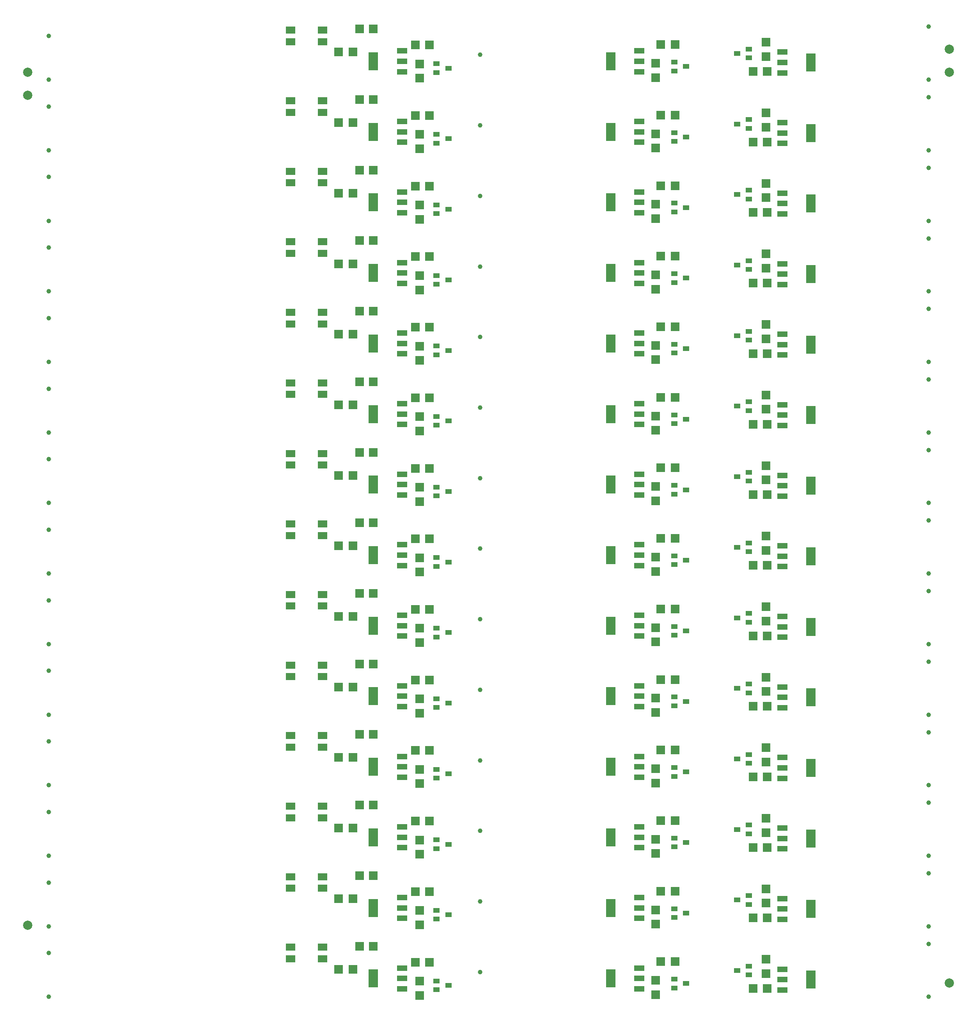
<source format=gtp>
G04 Layer_Color=8421504*
%FSLAX44Y44*%
%MOMM*%
G71*
G01*
G75*
%ADD10C,2.0000*%
%ADD12C,1.0000*%
%ADD13R,1.8500X1.9500*%
%ADD14R,1.8500X1.8500*%
%ADD15R,1.8500X1.8500*%
%ADD16R,1.4000X1.0000*%
%ADD17R,2.0000X1.5000*%
%ADD18R,2.3000X1.2000*%
%ADD19R,2.0000X4.0000*%
D10*
X25000Y175000D02*
D03*
Y2025000D02*
D03*
Y1975000D02*
D03*
X2025000Y50000D02*
D03*
Y2025000D02*
D03*
Y2075000D02*
D03*
D12*
X1006500Y74000D02*
D03*
X1980000Y20000D02*
D03*
Y135000D02*
D03*
X70000Y115000D02*
D03*
Y20000D02*
D03*
X1006500Y227000D02*
D03*
X1980000Y173000D02*
D03*
Y288000D02*
D03*
X70000Y268000D02*
D03*
Y173000D02*
D03*
X1006500Y380000D02*
D03*
X1980000Y326000D02*
D03*
Y441000D02*
D03*
X70000Y421000D02*
D03*
Y326000D02*
D03*
X1006500Y533000D02*
D03*
X1980000Y479000D02*
D03*
Y594000D02*
D03*
X70000Y574000D02*
D03*
Y479000D02*
D03*
X1006500Y686000D02*
D03*
X1980000Y632000D02*
D03*
Y747000D02*
D03*
X70000Y727000D02*
D03*
Y632000D02*
D03*
X1006500Y839000D02*
D03*
X1980000Y785000D02*
D03*
Y900000D02*
D03*
X70000Y880000D02*
D03*
Y785000D02*
D03*
X1006500Y992000D02*
D03*
X1980000Y938000D02*
D03*
Y1053000D02*
D03*
X70000Y1033000D02*
D03*
Y938000D02*
D03*
X1006500Y1145000D02*
D03*
X1980000Y1091000D02*
D03*
Y1206000D02*
D03*
X70000Y1186000D02*
D03*
Y1091000D02*
D03*
X1006500Y1298000D02*
D03*
X1980000Y1244000D02*
D03*
Y1359000D02*
D03*
X70000Y1339000D02*
D03*
Y1244000D02*
D03*
X1006500Y1451000D02*
D03*
X1980000Y1397000D02*
D03*
Y1512000D02*
D03*
X70000Y1492000D02*
D03*
Y1397000D02*
D03*
X1006500Y1604000D02*
D03*
X1980000Y1550000D02*
D03*
Y1665000D02*
D03*
X70000Y1645000D02*
D03*
Y1550000D02*
D03*
X1006500Y1757000D02*
D03*
X1980000Y1703000D02*
D03*
Y1818000D02*
D03*
X70000Y1798000D02*
D03*
Y1703000D02*
D03*
X1006500Y1910000D02*
D03*
X1980000Y1856000D02*
D03*
Y1971000D02*
D03*
X70000Y1951000D02*
D03*
Y1856000D02*
D03*
X1006500Y2063000D02*
D03*
X1980000Y2009000D02*
D03*
Y2124000D02*
D03*
X70000Y2104000D02*
D03*
Y2009000D02*
D03*
D13*
X745000Y130000D02*
D03*
X775000D02*
D03*
X745000Y283000D02*
D03*
X775000D02*
D03*
X745000Y436000D02*
D03*
X775000D02*
D03*
X745000Y589000D02*
D03*
X775000D02*
D03*
X745000Y742000D02*
D03*
X775000D02*
D03*
X745000Y895000D02*
D03*
X775000D02*
D03*
X745000Y1048000D02*
D03*
X775000D02*
D03*
X745000Y1201000D02*
D03*
X775000D02*
D03*
X745000Y1354000D02*
D03*
X775000D02*
D03*
X745000Y1507000D02*
D03*
X775000D02*
D03*
X745000Y1660000D02*
D03*
X775000D02*
D03*
X745000Y1813000D02*
D03*
X775000D02*
D03*
X745000Y1966000D02*
D03*
X775000D02*
D03*
X745000Y2119000D02*
D03*
X775000D02*
D03*
D14*
X866000Y95250D02*
D03*
X897000D02*
D03*
X1399000Y96250D02*
D03*
X1430000D02*
D03*
X730500Y80000D02*
D03*
X699500D02*
D03*
X1630250Y38000D02*
D03*
X1599250D02*
D03*
X866000Y248250D02*
D03*
X897000D02*
D03*
X1399000Y249250D02*
D03*
X1430000D02*
D03*
X730500Y233000D02*
D03*
X699500D02*
D03*
X1630250Y191000D02*
D03*
X1599250D02*
D03*
X866000Y401250D02*
D03*
X897000D02*
D03*
X1399000Y402250D02*
D03*
X1430000D02*
D03*
X730500Y386000D02*
D03*
X699500D02*
D03*
X1630250Y344000D02*
D03*
X1599250D02*
D03*
X866000Y554250D02*
D03*
X897000D02*
D03*
X1399000Y555250D02*
D03*
X1430000D02*
D03*
X730500Y539000D02*
D03*
X699500D02*
D03*
X1630250Y497000D02*
D03*
X1599250D02*
D03*
X866000Y707250D02*
D03*
X897000D02*
D03*
X1399000Y708250D02*
D03*
X1430000D02*
D03*
X730500Y692000D02*
D03*
X699500D02*
D03*
X1630250Y650000D02*
D03*
X1599250D02*
D03*
X866000Y860250D02*
D03*
X897000D02*
D03*
X1399000Y861250D02*
D03*
X1430000D02*
D03*
X730500Y845000D02*
D03*
X699500D02*
D03*
X1630250Y803000D02*
D03*
X1599250D02*
D03*
X866000Y1013250D02*
D03*
X897000D02*
D03*
X1399000Y1014250D02*
D03*
X1430000D02*
D03*
X730500Y998000D02*
D03*
X699500D02*
D03*
X1630250Y956000D02*
D03*
X1599250D02*
D03*
X866000Y1166250D02*
D03*
X897000D02*
D03*
X1399000Y1167250D02*
D03*
X1430000D02*
D03*
X730500Y1151000D02*
D03*
X699500D02*
D03*
X1630250Y1109000D02*
D03*
X1599250D02*
D03*
X866000Y1319250D02*
D03*
X897000D02*
D03*
X1399000Y1320250D02*
D03*
X1430000D02*
D03*
X730500Y1304000D02*
D03*
X699500D02*
D03*
X1630250Y1262000D02*
D03*
X1599250D02*
D03*
X866000Y1472250D02*
D03*
X897000D02*
D03*
X1399000Y1473250D02*
D03*
X1430000D02*
D03*
X730500Y1457000D02*
D03*
X699500D02*
D03*
X1630250Y1415000D02*
D03*
X1599250D02*
D03*
X866000Y1625250D02*
D03*
X897000D02*
D03*
X1399000Y1626250D02*
D03*
X1430000D02*
D03*
X730500Y1610000D02*
D03*
X699500D02*
D03*
X1630250Y1568000D02*
D03*
X1599250D02*
D03*
X866000Y1778250D02*
D03*
X897000D02*
D03*
X1399000Y1779250D02*
D03*
X1430000D02*
D03*
X730500Y1763000D02*
D03*
X699500D02*
D03*
X1630250Y1721000D02*
D03*
X1599250D02*
D03*
X866000Y1931250D02*
D03*
X897000D02*
D03*
X1399000Y1932250D02*
D03*
X1430000D02*
D03*
X730500Y1916000D02*
D03*
X699500D02*
D03*
X1630250Y1874000D02*
D03*
X1599250D02*
D03*
X866000Y2084250D02*
D03*
X897000D02*
D03*
X1399000Y2085250D02*
D03*
X1430000D02*
D03*
X730500Y2069000D02*
D03*
X699500D02*
D03*
X1630250Y2027000D02*
D03*
X1599250D02*
D03*
D15*
X875250Y23250D02*
D03*
Y54250D02*
D03*
X1388000Y24750D02*
D03*
Y55750D02*
D03*
X1627500Y101250D02*
D03*
Y70250D02*
D03*
X875250Y176250D02*
D03*
Y207250D02*
D03*
X1388000Y177750D02*
D03*
Y208750D02*
D03*
X1627500Y254250D02*
D03*
Y223250D02*
D03*
X875250Y329250D02*
D03*
Y360250D02*
D03*
X1388000Y330750D02*
D03*
Y361750D02*
D03*
X1627500Y407250D02*
D03*
Y376250D02*
D03*
X875250Y482250D02*
D03*
Y513250D02*
D03*
X1388000Y483750D02*
D03*
Y514750D02*
D03*
X1627500Y560250D02*
D03*
Y529250D02*
D03*
X875250Y635250D02*
D03*
Y666250D02*
D03*
X1388000Y636750D02*
D03*
Y667750D02*
D03*
X1627500Y713250D02*
D03*
Y682250D02*
D03*
X875250Y788250D02*
D03*
Y819250D02*
D03*
X1388000Y789750D02*
D03*
Y820750D02*
D03*
X1627500Y866250D02*
D03*
Y835250D02*
D03*
X875250Y941250D02*
D03*
Y972250D02*
D03*
X1388000Y942750D02*
D03*
Y973750D02*
D03*
X1627500Y1019250D02*
D03*
Y988250D02*
D03*
X875250Y1094250D02*
D03*
Y1125250D02*
D03*
X1388000Y1095750D02*
D03*
Y1126750D02*
D03*
X1627500Y1172250D02*
D03*
Y1141250D02*
D03*
X875250Y1247250D02*
D03*
Y1278250D02*
D03*
X1388000Y1248750D02*
D03*
Y1279750D02*
D03*
X1627500Y1325250D02*
D03*
Y1294250D02*
D03*
X875250Y1400250D02*
D03*
Y1431250D02*
D03*
X1388000Y1401750D02*
D03*
Y1432750D02*
D03*
X1627500Y1478250D02*
D03*
Y1447250D02*
D03*
X875250Y1553250D02*
D03*
Y1584250D02*
D03*
X1388000Y1554750D02*
D03*
Y1585750D02*
D03*
X1627500Y1631250D02*
D03*
Y1600250D02*
D03*
X875250Y1706250D02*
D03*
Y1737250D02*
D03*
X1388000Y1707750D02*
D03*
Y1738750D02*
D03*
X1627500Y1784250D02*
D03*
Y1753250D02*
D03*
X875250Y1859250D02*
D03*
Y1890250D02*
D03*
X1388000Y1860750D02*
D03*
Y1891750D02*
D03*
X1627500Y1937250D02*
D03*
Y1906250D02*
D03*
X875250Y2012250D02*
D03*
Y2043250D02*
D03*
X1388000Y2013750D02*
D03*
Y2044750D02*
D03*
X1627500Y2090250D02*
D03*
Y2059250D02*
D03*
D16*
X937750Y45000D02*
D03*
X912250Y35500D02*
D03*
Y54500D02*
D03*
X1453500Y48750D02*
D03*
X1428000Y39250D02*
D03*
Y58250D02*
D03*
X1564500Y77000D02*
D03*
X1590000Y86500D02*
D03*
Y67500D02*
D03*
X937750Y198000D02*
D03*
X912250Y188500D02*
D03*
Y207500D02*
D03*
X1453500Y201750D02*
D03*
X1428000Y192250D02*
D03*
Y211250D02*
D03*
X1564500Y230000D02*
D03*
X1590000Y239500D02*
D03*
Y220500D02*
D03*
X937750Y351000D02*
D03*
X912250Y341500D02*
D03*
Y360500D02*
D03*
X1453500Y354750D02*
D03*
X1428000Y345250D02*
D03*
Y364250D02*
D03*
X1564500Y383000D02*
D03*
X1590000Y392500D02*
D03*
Y373500D02*
D03*
X937750Y504000D02*
D03*
X912250Y494500D02*
D03*
Y513500D02*
D03*
X1453500Y507750D02*
D03*
X1428000Y498250D02*
D03*
Y517250D02*
D03*
X1564500Y536000D02*
D03*
X1590000Y545500D02*
D03*
Y526500D02*
D03*
X937750Y657000D02*
D03*
X912250Y647500D02*
D03*
Y666500D02*
D03*
X1453500Y660750D02*
D03*
X1428000Y651250D02*
D03*
Y670250D02*
D03*
X1564500Y689000D02*
D03*
X1590000Y698500D02*
D03*
Y679500D02*
D03*
X937750Y810000D02*
D03*
X912250Y800500D02*
D03*
Y819500D02*
D03*
X1453500Y813750D02*
D03*
X1428000Y804250D02*
D03*
Y823250D02*
D03*
X1564500Y842000D02*
D03*
X1590000Y851500D02*
D03*
Y832500D02*
D03*
X937750Y963000D02*
D03*
X912250Y953500D02*
D03*
Y972500D02*
D03*
X1453500Y966750D02*
D03*
X1428000Y957250D02*
D03*
Y976250D02*
D03*
X1564500Y995000D02*
D03*
X1590000Y1004500D02*
D03*
Y985500D02*
D03*
X937750Y1116000D02*
D03*
X912250Y1106500D02*
D03*
Y1125500D02*
D03*
X1453500Y1119750D02*
D03*
X1428000Y1110250D02*
D03*
Y1129250D02*
D03*
X1564500Y1148000D02*
D03*
X1590000Y1157500D02*
D03*
Y1138500D02*
D03*
X937750Y1269000D02*
D03*
X912250Y1259500D02*
D03*
Y1278500D02*
D03*
X1453500Y1272750D02*
D03*
X1428000Y1263250D02*
D03*
Y1282250D02*
D03*
X1564500Y1301000D02*
D03*
X1590000Y1310500D02*
D03*
Y1291500D02*
D03*
X937750Y1422000D02*
D03*
X912250Y1412500D02*
D03*
Y1431500D02*
D03*
X1453500Y1425750D02*
D03*
X1428000Y1416250D02*
D03*
Y1435250D02*
D03*
X1564500Y1454000D02*
D03*
X1590000Y1463500D02*
D03*
Y1444500D02*
D03*
X937750Y1575000D02*
D03*
X912250Y1565500D02*
D03*
Y1584500D02*
D03*
X1453500Y1578750D02*
D03*
X1428000Y1569250D02*
D03*
Y1588250D02*
D03*
X1564500Y1607000D02*
D03*
X1590000Y1616500D02*
D03*
Y1597500D02*
D03*
X937750Y1728000D02*
D03*
X912250Y1718500D02*
D03*
Y1737500D02*
D03*
X1453500Y1731750D02*
D03*
X1428000Y1722250D02*
D03*
Y1741250D02*
D03*
X1564500Y1760000D02*
D03*
X1590000Y1769500D02*
D03*
Y1750500D02*
D03*
X937750Y1881000D02*
D03*
X912250Y1871500D02*
D03*
Y1890500D02*
D03*
X1453500Y1884750D02*
D03*
X1428000Y1875250D02*
D03*
Y1894250D02*
D03*
X1564500Y1913000D02*
D03*
X1590000Y1922500D02*
D03*
Y1903500D02*
D03*
X937750Y2034000D02*
D03*
X912250Y2024500D02*
D03*
Y2043500D02*
D03*
X1453500Y2037750D02*
D03*
X1428000Y2028250D02*
D03*
Y2047250D02*
D03*
X1564500Y2066000D02*
D03*
X1590000Y2075500D02*
D03*
Y2056500D02*
D03*
D17*
X665000Y127500D02*
D03*
Y102500D02*
D03*
X595000Y127500D02*
D03*
Y102500D02*
D03*
X665000Y280500D02*
D03*
Y255500D02*
D03*
X595000Y280500D02*
D03*
Y255500D02*
D03*
X665000Y433500D02*
D03*
Y408500D02*
D03*
X595000Y433500D02*
D03*
Y408500D02*
D03*
X665000Y586500D02*
D03*
Y561500D02*
D03*
X595000Y586500D02*
D03*
Y561500D02*
D03*
X665000Y739500D02*
D03*
Y714500D02*
D03*
X595000Y739500D02*
D03*
Y714500D02*
D03*
X665000Y892500D02*
D03*
Y867500D02*
D03*
X595000Y892500D02*
D03*
Y867500D02*
D03*
X665000Y1045500D02*
D03*
Y1020500D02*
D03*
X595000Y1045500D02*
D03*
Y1020500D02*
D03*
X665000Y1198500D02*
D03*
Y1173500D02*
D03*
X595000Y1198500D02*
D03*
Y1173500D02*
D03*
X665000Y1351500D02*
D03*
Y1326500D02*
D03*
X595000Y1351500D02*
D03*
Y1326500D02*
D03*
X665000Y1504500D02*
D03*
Y1479500D02*
D03*
X595000Y1504500D02*
D03*
Y1479500D02*
D03*
X665000Y1657500D02*
D03*
Y1632500D02*
D03*
X595000Y1657500D02*
D03*
Y1632500D02*
D03*
X665000Y1810500D02*
D03*
Y1785500D02*
D03*
X595000Y1810500D02*
D03*
Y1785500D02*
D03*
X665000Y1963500D02*
D03*
Y1938500D02*
D03*
X595000Y1963500D02*
D03*
Y1938500D02*
D03*
X665000Y2116500D02*
D03*
Y2091500D02*
D03*
X595000Y2116500D02*
D03*
Y2091500D02*
D03*
D18*
X837500Y37500D02*
D03*
Y60000D02*
D03*
Y82500D02*
D03*
X1352500Y37500D02*
D03*
Y60000D02*
D03*
Y82500D02*
D03*
X1662500Y80000D02*
D03*
Y57500D02*
D03*
Y35000D02*
D03*
X837500Y190500D02*
D03*
Y213000D02*
D03*
Y235500D02*
D03*
X1352500Y190500D02*
D03*
Y213000D02*
D03*
Y235500D02*
D03*
X1662500Y233000D02*
D03*
Y210500D02*
D03*
Y188000D02*
D03*
X837500Y343500D02*
D03*
Y366000D02*
D03*
Y388500D02*
D03*
X1352500Y343500D02*
D03*
Y366000D02*
D03*
Y388500D02*
D03*
X1662500Y386000D02*
D03*
Y363500D02*
D03*
Y341000D02*
D03*
X837500Y496500D02*
D03*
Y519000D02*
D03*
Y541500D02*
D03*
X1352500Y496500D02*
D03*
Y519000D02*
D03*
Y541500D02*
D03*
X1662500Y539000D02*
D03*
Y516500D02*
D03*
Y494000D02*
D03*
X837500Y649500D02*
D03*
Y672000D02*
D03*
Y694500D02*
D03*
X1352500Y649500D02*
D03*
Y672000D02*
D03*
Y694500D02*
D03*
X1662500Y692000D02*
D03*
Y669500D02*
D03*
Y647000D02*
D03*
X837500Y802500D02*
D03*
Y825000D02*
D03*
Y847500D02*
D03*
X1352500Y802500D02*
D03*
Y825000D02*
D03*
Y847500D02*
D03*
X1662500Y845000D02*
D03*
Y822500D02*
D03*
Y800000D02*
D03*
X837500Y955500D02*
D03*
Y978000D02*
D03*
Y1000500D02*
D03*
X1352500Y955500D02*
D03*
Y978000D02*
D03*
Y1000500D02*
D03*
X1662500Y998000D02*
D03*
Y975500D02*
D03*
Y953000D02*
D03*
X837500Y1108500D02*
D03*
Y1131000D02*
D03*
Y1153500D02*
D03*
X1352500Y1108500D02*
D03*
Y1131000D02*
D03*
Y1153500D02*
D03*
X1662500Y1151000D02*
D03*
Y1128500D02*
D03*
Y1106000D02*
D03*
X837500Y1261500D02*
D03*
Y1284000D02*
D03*
Y1306500D02*
D03*
X1352500Y1261500D02*
D03*
Y1284000D02*
D03*
Y1306500D02*
D03*
X1662500Y1304000D02*
D03*
Y1281500D02*
D03*
Y1259000D02*
D03*
X837500Y1414500D02*
D03*
Y1437000D02*
D03*
Y1459500D02*
D03*
X1352500Y1414500D02*
D03*
Y1437000D02*
D03*
Y1459500D02*
D03*
X1662500Y1457000D02*
D03*
Y1434500D02*
D03*
Y1412000D02*
D03*
X837500Y1567500D02*
D03*
Y1590000D02*
D03*
Y1612500D02*
D03*
X1352500Y1567500D02*
D03*
Y1590000D02*
D03*
Y1612500D02*
D03*
X1662500Y1610000D02*
D03*
Y1587500D02*
D03*
Y1565000D02*
D03*
X837500Y1720500D02*
D03*
Y1743000D02*
D03*
Y1765500D02*
D03*
X1352500Y1720500D02*
D03*
Y1743000D02*
D03*
Y1765500D02*
D03*
X1662500Y1763000D02*
D03*
Y1740500D02*
D03*
Y1718000D02*
D03*
X837500Y1873500D02*
D03*
Y1896000D02*
D03*
Y1918500D02*
D03*
X1352500Y1873500D02*
D03*
Y1896000D02*
D03*
Y1918500D02*
D03*
X1662500Y1916000D02*
D03*
Y1893500D02*
D03*
Y1871000D02*
D03*
X837500Y2026500D02*
D03*
Y2049000D02*
D03*
Y2071500D02*
D03*
X1352500Y2026500D02*
D03*
Y2049000D02*
D03*
Y2071500D02*
D03*
X1662500Y2069000D02*
D03*
Y2046500D02*
D03*
Y2024000D02*
D03*
D19*
X775000Y60000D02*
D03*
X1290000D02*
D03*
X1725000Y57500D02*
D03*
X775000Y213000D02*
D03*
X1290000D02*
D03*
X1725000Y210500D02*
D03*
X775000Y366000D02*
D03*
X1290000D02*
D03*
X1725000Y363500D02*
D03*
X775000Y519000D02*
D03*
X1290000D02*
D03*
X1725000Y516500D02*
D03*
X775000Y672000D02*
D03*
X1290000D02*
D03*
X1725000Y669500D02*
D03*
X775000Y825000D02*
D03*
X1290000D02*
D03*
X1725000Y822500D02*
D03*
X775000Y978000D02*
D03*
X1290000D02*
D03*
X1725000Y975500D02*
D03*
X775000Y1131000D02*
D03*
X1290000D02*
D03*
X1725000Y1128500D02*
D03*
X775000Y1284000D02*
D03*
X1290000D02*
D03*
X1725000Y1281500D02*
D03*
X775000Y1437000D02*
D03*
X1290000D02*
D03*
X1725000Y1434500D02*
D03*
X775000Y1590000D02*
D03*
X1290000D02*
D03*
X1725000Y1587500D02*
D03*
X775000Y1743000D02*
D03*
X1290000D02*
D03*
X1725000Y1740500D02*
D03*
X775000Y1896000D02*
D03*
X1290000D02*
D03*
X1725000Y1893500D02*
D03*
X775000Y2049000D02*
D03*
X1290000D02*
D03*
X1725000Y2046500D02*
D03*
M02*

</source>
